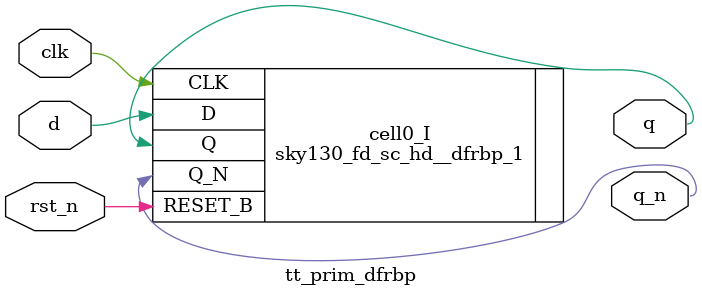
<source format=v>
/*
 * tt_prim_dfrbp.v
 *
 * TT Primitive
 * FF with positive edge clock, inverted reset, complementary outputs
 *
 * Author: Sylvain Munaut <tnt@246tNt.com>
 */

`default_nettype none

module tt_prim_dfrbp (
	input  wire d,
	output wire q,
	output wire q_n,
	input  wire clk,
	input  wire rst_n
);

	sky130_fd_sc_hd__dfrbp_1 cell0_I (
`ifdef WITH_POWER
		.VPWR (1'b1),
		.VGND (1'b0),
		.VPB  (1'b1),
		.VNB  (1'b0),
`endif
		.D       (d),
		.Q       (q),
		.Q_N     (q_n),
		.CLK     (clk),
		.RESET_B (rst_n)
	);

endmodule // tt_prim_dfrbp

</source>
